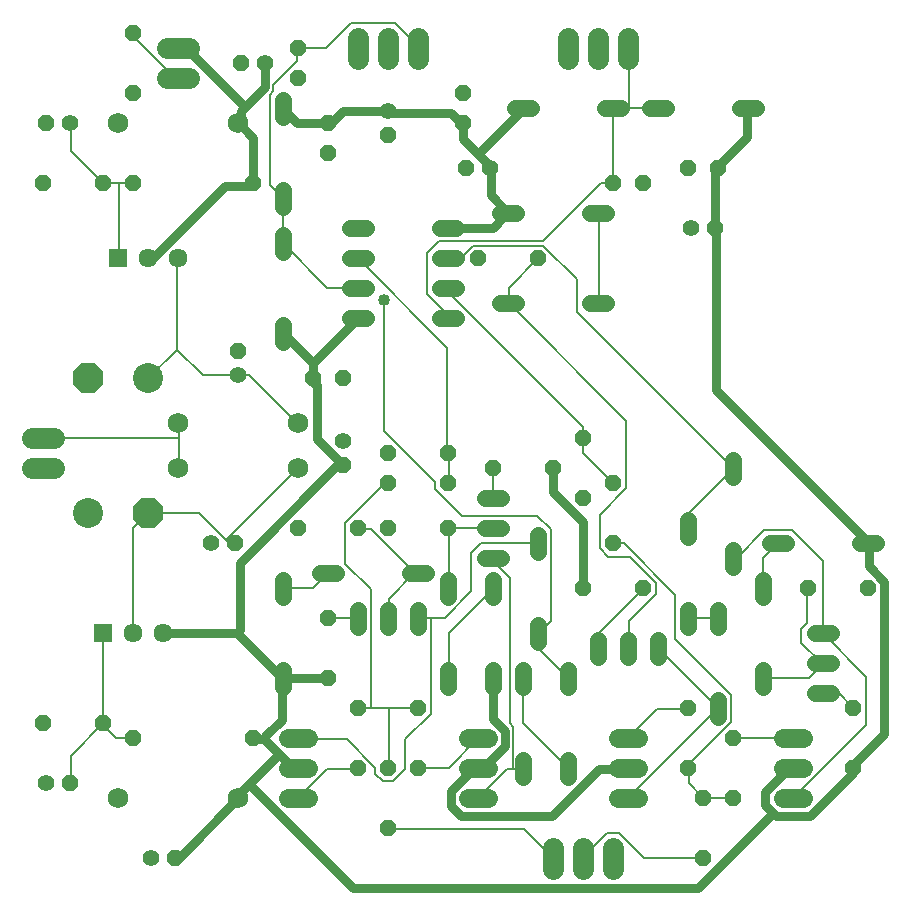
<source format=gtl>
G75*
%MOIN*%
%OFA0B0*%
%FSLAX25Y25*%
%IPPOS*%
%LPD*%
%AMOC8*
5,1,8,0,0,1.08239X$1,22.5*
%
%ADD10OC8,0.05600*%
%ADD11C,0.05600*%
%ADD12C,0.10000*%
%ADD13OC8,0.10000*%
%ADD14C,0.05600*%
%ADD15C,0.06800*%
%ADD16R,0.06337X0.06337*%
%ADD17C,0.06337*%
%ADD18C,0.06400*%
%ADD19C,0.07124*%
%ADD20C,0.03000*%
%ADD21C,0.00800*%
%ADD22C,0.04000*%
D10*
X0032527Y0041000D03*
X0023527Y0061000D03*
X0043527Y0061000D03*
X0053527Y0056000D03*
X0093527Y0056000D03*
X0118527Y0076000D03*
X0128527Y0066000D03*
X0148527Y0066000D03*
X0148527Y0046000D03*
X0138527Y0046000D03*
X0128527Y0046000D03*
X0138527Y0026000D03*
X0067527Y0016000D03*
X0118527Y0096000D03*
X0128527Y0126000D03*
X0138527Y0126000D03*
X0138527Y0141000D03*
X0138527Y0151000D03*
X0123527Y0147000D03*
X0108527Y0126000D03*
X0087527Y0121000D03*
X0113527Y0176000D03*
X0123527Y0176000D03*
X0088527Y0185000D03*
X0093527Y0241000D03*
X0118527Y0251000D03*
X0118527Y0261000D03*
X0108527Y0276000D03*
X0108527Y0286000D03*
X0089527Y0281000D03*
X0053527Y0271000D03*
X0053527Y0291000D03*
X0024527Y0261000D03*
X0023527Y0241000D03*
X0043527Y0241000D03*
X0053527Y0241000D03*
X0138527Y0257000D03*
X0163527Y0261000D03*
X0163527Y0271000D03*
X0164527Y0246000D03*
X0168527Y0216000D03*
X0188527Y0216000D03*
X0213527Y0241000D03*
X0223527Y0241000D03*
X0238527Y0246000D03*
X0248527Y0246000D03*
X0247527Y0226000D03*
X0203527Y0156000D03*
X0193527Y0146000D03*
X0203527Y0136000D03*
X0213527Y0141000D03*
X0213527Y0121000D03*
X0223527Y0106000D03*
X0203527Y0106000D03*
X0173527Y0146000D03*
X0158527Y0141000D03*
X0158527Y0151000D03*
X0158527Y0126000D03*
X0238527Y0066000D03*
X0253527Y0056000D03*
X0238527Y0046000D03*
X0243527Y0036000D03*
X0253527Y0036000D03*
X0243527Y0016000D03*
X0293527Y0046000D03*
X0293527Y0066000D03*
X0298527Y0106000D03*
X0278527Y0106000D03*
D11*
X0024527Y0041000D03*
X0059527Y0016000D03*
X0079527Y0121000D03*
X0123527Y0155000D03*
X0088527Y0177000D03*
X0172527Y0246000D03*
X0138527Y0265000D03*
X0097527Y0281000D03*
X0032527Y0261000D03*
X0239527Y0226000D03*
D12*
X0058527Y0176000D03*
X0038527Y0131000D03*
D13*
X0058527Y0131000D03*
X0038527Y0176000D03*
D14*
X0103527Y0188200D02*
X0103527Y0193800D01*
X0125727Y0196000D02*
X0131327Y0196000D01*
X0131327Y0206000D02*
X0125727Y0206000D01*
X0125727Y0216000D02*
X0131327Y0216000D01*
X0131327Y0226000D02*
X0125727Y0226000D01*
X0103527Y0223800D02*
X0103527Y0218200D01*
X0103527Y0233200D02*
X0103527Y0238800D01*
X0103527Y0263200D02*
X0103527Y0268800D01*
X0155727Y0226000D02*
X0161327Y0226000D01*
X0161327Y0216000D02*
X0155727Y0216000D01*
X0155727Y0206000D02*
X0161327Y0206000D01*
X0161327Y0196000D02*
X0155727Y0196000D01*
X0175727Y0201000D02*
X0181327Y0201000D01*
X0205727Y0201000D02*
X0211327Y0201000D01*
X0211327Y0231000D02*
X0205727Y0231000D01*
X0181327Y0231000D02*
X0175727Y0231000D01*
X0180727Y0266000D02*
X0186327Y0266000D01*
X0210727Y0266000D02*
X0216327Y0266000D01*
X0225727Y0266000D02*
X0231327Y0266000D01*
X0255727Y0266000D02*
X0261327Y0266000D01*
X0253527Y0148800D02*
X0253527Y0143200D01*
X0238527Y0128800D02*
X0238527Y0123200D01*
X0253527Y0118800D02*
X0253527Y0113200D01*
X0263527Y0108800D02*
X0263527Y0103200D01*
X0248527Y0098800D02*
X0248527Y0093200D01*
X0238527Y0093200D02*
X0238527Y0098800D01*
X0228527Y0088800D02*
X0228527Y0083200D01*
X0218527Y0083200D02*
X0218527Y0088800D01*
X0208527Y0088800D02*
X0208527Y0083200D01*
X0198527Y0078800D02*
X0198527Y0073200D01*
X0183527Y0073200D02*
X0183527Y0078800D01*
X0173527Y0078800D02*
X0173527Y0073200D01*
X0158527Y0073200D02*
X0158527Y0078800D01*
X0148527Y0093200D02*
X0148527Y0098800D01*
X0138527Y0098800D02*
X0138527Y0093200D01*
X0128527Y0093200D02*
X0128527Y0098800D01*
X0121327Y0111000D02*
X0115727Y0111000D01*
X0103527Y0108800D02*
X0103527Y0103200D01*
X0103527Y0078800D02*
X0103527Y0073200D01*
X0145727Y0111000D02*
X0151327Y0111000D01*
X0158527Y0108800D02*
X0158527Y0103200D01*
X0170727Y0116000D02*
X0176327Y0116000D01*
X0173527Y0108800D02*
X0173527Y0103200D01*
X0188527Y0093800D02*
X0188527Y0088200D01*
X0188527Y0118200D02*
X0188527Y0123800D01*
X0176327Y0126000D02*
X0170727Y0126000D01*
X0170727Y0136000D02*
X0176327Y0136000D01*
X0248527Y0068800D02*
X0248527Y0063200D01*
X0263527Y0073200D02*
X0263527Y0078800D01*
X0280727Y0081000D02*
X0286327Y0081000D01*
X0286327Y0071000D02*
X0280727Y0071000D01*
X0280727Y0091000D02*
X0286327Y0091000D01*
X0295727Y0121000D02*
X0301327Y0121000D01*
X0271327Y0121000D02*
X0265727Y0121000D01*
X0198527Y0048800D02*
X0198527Y0043200D01*
X0183527Y0043200D02*
X0183527Y0048800D01*
D15*
X0088527Y0036000D03*
X0048527Y0036000D03*
X0068527Y0146000D03*
X0068527Y0161000D03*
X0108527Y0161000D03*
X0108527Y0146000D03*
X0088527Y0261000D03*
X0048527Y0261000D03*
D16*
X0048527Y0216000D03*
X0043527Y0091000D03*
D17*
X0053527Y0091000D03*
X0063527Y0091000D03*
X0068527Y0216000D03*
X0058527Y0216000D03*
D18*
X0105327Y0056000D02*
X0111727Y0056000D01*
X0111727Y0046000D02*
X0105327Y0046000D01*
X0105327Y0036000D02*
X0111727Y0036000D01*
X0165327Y0036000D02*
X0171727Y0036000D01*
X0171727Y0046000D02*
X0165327Y0046000D01*
X0165327Y0056000D02*
X0171727Y0056000D01*
X0215327Y0056000D02*
X0221727Y0056000D01*
X0221727Y0046000D02*
X0215327Y0046000D01*
X0215327Y0036000D02*
X0221727Y0036000D01*
X0270327Y0036000D02*
X0276727Y0036000D01*
X0276727Y0046000D02*
X0270327Y0046000D01*
X0270327Y0056000D02*
X0276727Y0056000D01*
D19*
X0213527Y0019562D02*
X0213527Y0012438D01*
X0203527Y0012438D02*
X0203527Y0019562D01*
X0193527Y0019562D02*
X0193527Y0012438D01*
X0027089Y0146000D02*
X0019964Y0146000D01*
X0019964Y0156000D02*
X0027089Y0156000D01*
X0064964Y0276000D02*
X0072089Y0276000D01*
X0072089Y0286000D02*
X0064964Y0286000D01*
X0128527Y0282438D02*
X0128527Y0289562D01*
X0138527Y0289562D02*
X0138527Y0282438D01*
X0148527Y0282438D02*
X0148527Y0289562D01*
X0198527Y0289562D02*
X0198527Y0282438D01*
X0208527Y0282438D02*
X0208527Y0289562D01*
X0218527Y0289562D02*
X0218527Y0282438D01*
D20*
X0183527Y0266000D02*
X0183527Y0265800D01*
X0168527Y0250800D01*
X0163527Y0255800D01*
X0163527Y0261000D01*
X0162327Y0261800D01*
X0159527Y0264600D01*
X0139927Y0264600D01*
X0138527Y0265000D01*
X0123527Y0265000D01*
X0119927Y0261400D01*
X0118527Y0261000D01*
X0108327Y0261000D01*
X0103527Y0265800D01*
X0103527Y0266000D01*
X0097527Y0273000D02*
X0090927Y0266400D01*
X0071527Y0285800D01*
X0068727Y0285800D01*
X0068527Y0286000D01*
X0089527Y0265000D02*
X0089527Y0262200D01*
X0088527Y0261000D01*
X0088727Y0261000D01*
X0093527Y0256200D01*
X0093527Y0241000D01*
X0092327Y0240200D01*
X0084327Y0240200D01*
X0060327Y0216200D01*
X0058727Y0216200D01*
X0058527Y0216000D01*
X0103527Y0191000D02*
X0113527Y0181000D01*
X0128527Y0196000D01*
X0113527Y0181000D02*
X0113527Y0176000D01*
X0113927Y0174600D01*
X0114727Y0173800D01*
X0114727Y0155800D01*
X0123527Y0147000D01*
X0121527Y0147000D01*
X0089127Y0114600D01*
X0089127Y0092200D01*
X0088327Y0091000D01*
X0102327Y0077000D01*
X0103527Y0076000D01*
X0103127Y0074600D01*
X0103127Y0062200D01*
X0097927Y0057000D01*
X0097127Y0055800D01*
X0102127Y0050800D01*
X0092127Y0040800D01*
X0126727Y0006200D01*
X0241927Y0006200D01*
X0266927Y0031200D01*
X0267927Y0030200D01*
X0279127Y0030200D01*
X0293527Y0044600D01*
X0293527Y0046000D01*
X0293927Y0047400D01*
X0303927Y0057400D01*
X0303927Y0108200D01*
X0298727Y0113400D01*
X0298727Y0121000D01*
X0298527Y0121000D01*
X0297927Y0122200D01*
X0247927Y0172200D01*
X0247927Y0224600D01*
X0247527Y0226000D01*
X0247527Y0245000D01*
X0248527Y0246000D01*
X0249127Y0247400D01*
X0258327Y0256600D01*
X0258327Y0265800D01*
X0258527Y0266000D01*
X0178527Y0231000D02*
X0177527Y0232200D01*
X0172727Y0237000D01*
X0172727Y0245800D01*
X0172527Y0246000D01*
X0171927Y0247400D01*
X0168527Y0250800D01*
X0178327Y0231000D02*
X0178527Y0231000D01*
X0178327Y0231000D02*
X0173527Y0226200D01*
X0158727Y0226200D01*
X0158527Y0226000D01*
X0097527Y0273000D02*
X0097527Y0281000D01*
X0090927Y0266400D02*
X0089527Y0265000D01*
X0193527Y0146000D02*
X0193527Y0138200D01*
X0203527Y0128200D01*
X0203527Y0106000D01*
X0173527Y0076000D02*
X0173527Y0062600D01*
X0177527Y0058600D01*
X0177527Y0053400D01*
X0170327Y0046200D01*
X0168727Y0046200D01*
X0168527Y0046000D01*
X0167127Y0046200D01*
X0159527Y0038600D01*
X0159527Y0033400D01*
X0162727Y0030200D01*
X0193127Y0030200D01*
X0208727Y0045800D01*
X0218327Y0045800D01*
X0218527Y0046000D01*
X0264327Y0038200D02*
X0264327Y0033800D01*
X0266927Y0031200D01*
X0264327Y0038200D02*
X0271927Y0045800D01*
X0273527Y0045800D01*
X0273527Y0046000D01*
X0118527Y0076000D02*
X0118327Y0076200D01*
X0103527Y0076200D01*
X0103527Y0076000D01*
X0088327Y0091000D02*
X0063527Y0091000D01*
X0093527Y0056000D02*
X0093527Y0055800D01*
X0097127Y0055800D01*
X0102127Y0050800D02*
X0106727Y0046200D01*
X0108327Y0046200D01*
X0108527Y0046000D01*
X0092127Y0040800D02*
X0088727Y0037400D01*
X0088527Y0036000D01*
X0068727Y0016200D01*
X0067527Y0016200D01*
X0067527Y0016000D01*
D21*
X0032727Y0041000D02*
X0032727Y0050200D01*
X0043527Y0061000D01*
X0043527Y0091000D01*
X0053527Y0091000D02*
X0053527Y0126200D01*
X0058327Y0131000D01*
X0058527Y0131000D01*
X0075527Y0131000D01*
X0084527Y0122000D01*
X0108527Y0146000D01*
X0108527Y0161000D02*
X0108327Y0161000D01*
X0092327Y0177000D01*
X0088527Y0177000D01*
X0076727Y0177000D01*
X0068127Y0185600D01*
X0068327Y0185800D01*
X0068327Y0215800D01*
X0068527Y0216000D01*
X0048727Y0216200D02*
X0048527Y0216000D01*
X0048727Y0216200D02*
X0048727Y0241000D01*
X0053527Y0241000D01*
X0048727Y0241000D02*
X0043527Y0241000D01*
X0032727Y0251800D01*
X0032727Y0261000D01*
X0032527Y0261000D01*
X0053527Y0290200D02*
X0067527Y0276200D01*
X0068327Y0276200D01*
X0068527Y0276000D01*
X0053527Y0290200D02*
X0053527Y0291000D01*
X0099127Y0270600D02*
X0099127Y0240600D01*
X0103527Y0236200D01*
X0103527Y0236000D01*
X0103527Y0221000D01*
X0118327Y0206200D01*
X0128327Y0206200D01*
X0128527Y0206000D01*
X0137127Y0202200D02*
X0137127Y0158600D01*
X0154327Y0141400D01*
X0154327Y0139000D01*
X0163127Y0130200D01*
X0188327Y0130200D01*
X0192727Y0125800D01*
X0192727Y0095000D01*
X0188727Y0091000D01*
X0188527Y0091000D01*
X0188727Y0091000D02*
X0188727Y0085800D01*
X0198527Y0076000D01*
X0208527Y0086000D02*
X0208727Y0086200D01*
X0208727Y0091000D01*
X0223527Y0105800D01*
X0223527Y0106000D01*
X0227927Y0107800D02*
X0227927Y0104200D01*
X0218727Y0095000D01*
X0218727Y0086200D01*
X0218527Y0086000D01*
X0228527Y0086000D02*
X0248527Y0066000D01*
X0218527Y0036000D01*
X0215527Y0024600D02*
X0211527Y0024600D01*
X0203527Y0016600D01*
X0203527Y0016000D01*
X0193527Y0016000D02*
X0193527Y0016200D01*
X0183927Y0025800D01*
X0138727Y0025800D01*
X0138527Y0026000D01*
X0140327Y0041800D02*
X0136727Y0041800D01*
X0134327Y0044200D01*
X0134327Y0046200D01*
X0124727Y0055800D01*
X0108727Y0055800D01*
X0108527Y0056000D01*
X0118327Y0045800D02*
X0108527Y0036000D01*
X0118327Y0045800D02*
X0128327Y0045800D01*
X0128527Y0046000D01*
X0138527Y0046000D02*
X0138727Y0046200D01*
X0138727Y0066200D01*
X0132727Y0066200D01*
X0132727Y0105800D01*
X0124327Y0114200D01*
X0124327Y0127800D01*
X0137527Y0141000D01*
X0138527Y0141000D01*
X0132727Y0125800D02*
X0128727Y0125800D01*
X0128527Y0126000D01*
X0132727Y0125800D02*
X0147527Y0111000D01*
X0148527Y0111000D01*
X0147127Y0111000D01*
X0138727Y0102600D01*
X0138727Y0096200D01*
X0138527Y0096000D01*
X0148527Y0096000D02*
X0148727Y0096200D01*
X0152727Y0096200D01*
X0152727Y0064200D01*
X0144327Y0055800D01*
X0144327Y0045800D01*
X0140327Y0041800D01*
X0148527Y0046000D02*
X0148727Y0046200D01*
X0158727Y0046200D01*
X0168527Y0056000D01*
X0178327Y0045800D02*
X0168527Y0036000D01*
X0178327Y0045800D02*
X0180327Y0045800D01*
X0180327Y0059800D01*
X0179127Y0061000D01*
X0179127Y0109400D01*
X0173527Y0115000D01*
X0173527Y0116000D01*
X0169527Y0121000D02*
X0188527Y0121000D01*
X0173527Y0126000D02*
X0173527Y0126200D01*
X0158727Y0126200D01*
X0158527Y0126000D01*
X0158727Y0125800D01*
X0158727Y0106200D01*
X0158527Y0106000D01*
X0166327Y0105000D02*
X0166327Y0117800D01*
X0169527Y0121000D01*
X0173527Y0106000D02*
X0173527Y0105800D01*
X0158727Y0091000D01*
X0158727Y0076200D01*
X0158527Y0076000D01*
X0148527Y0066000D02*
X0148327Y0066200D01*
X0138727Y0066200D01*
X0132727Y0066200D02*
X0128727Y0066200D01*
X0128527Y0066000D01*
X0128527Y0096000D02*
X0128327Y0096200D01*
X0118727Y0096200D01*
X0118527Y0096000D01*
X0113527Y0106200D02*
X0103527Y0106200D01*
X0103527Y0106000D01*
X0113527Y0106200D02*
X0118327Y0111000D01*
X0118527Y0111000D01*
X0087527Y0121000D02*
X0085527Y0121000D01*
X0084527Y0122000D01*
X0068527Y0146000D02*
X0068727Y0146200D01*
X0068727Y0156200D01*
X0023527Y0156200D01*
X0023527Y0156000D01*
X0058527Y0176000D02*
X0068127Y0185600D01*
X0068527Y0161000D02*
X0068727Y0161000D01*
X0068727Y0156200D01*
X0128527Y0216000D02*
X0158327Y0186200D01*
X0158327Y0151000D01*
X0158527Y0151000D01*
X0158727Y0151000D01*
X0158727Y0141000D01*
X0158527Y0141000D01*
X0173527Y0146000D02*
X0173527Y0136000D01*
X0203527Y0151000D02*
X0213527Y0141000D01*
X0217927Y0139400D02*
X0217927Y0161800D01*
X0178727Y0201000D01*
X0178527Y0201000D01*
X0178727Y0201000D02*
X0178727Y0206200D01*
X0188527Y0216000D01*
X0190327Y0220200D02*
X0201527Y0209000D01*
X0201527Y0198200D01*
X0253527Y0146200D01*
X0253527Y0146000D01*
X0253527Y0145800D01*
X0238727Y0131000D01*
X0238727Y0126200D01*
X0238527Y0126000D01*
X0253527Y0116200D02*
X0253527Y0116000D01*
X0253527Y0116200D02*
X0254727Y0116200D01*
X0263927Y0125400D01*
X0273127Y0125400D01*
X0283527Y0115000D01*
X0283527Y0091000D01*
X0297927Y0076600D01*
X0297927Y0060600D01*
X0273527Y0036200D01*
X0273527Y0036000D01*
X0273527Y0056000D02*
X0273527Y0056200D01*
X0253527Y0056200D01*
X0253527Y0056000D01*
X0252727Y0061400D02*
X0238727Y0047400D01*
X0238727Y0046200D01*
X0238527Y0046000D01*
X0238727Y0045800D01*
X0238727Y0041000D01*
X0243527Y0036200D01*
X0243527Y0036000D01*
X0243527Y0036200D02*
X0253527Y0036200D01*
X0253527Y0036000D01*
X0243527Y0016200D02*
X0243527Y0016000D01*
X0243527Y0016200D02*
X0223927Y0016200D01*
X0215527Y0024600D01*
X0198527Y0046000D02*
X0183527Y0061000D01*
X0183527Y0076000D01*
X0157527Y0096200D02*
X0166327Y0105000D01*
X0157527Y0096200D02*
X0152727Y0096200D01*
X0180327Y0045800D02*
X0183527Y0045800D01*
X0183527Y0046000D01*
X0218527Y0056000D02*
X0228327Y0065800D01*
X0238327Y0065800D01*
X0238527Y0066000D01*
X0252727Y0061400D02*
X0252727Y0070600D01*
X0234327Y0089000D01*
X0234327Y0103800D01*
X0217127Y0121000D01*
X0213527Y0121000D01*
X0209127Y0119400D02*
X0211927Y0116600D01*
X0219127Y0116600D01*
X0227927Y0107800D01*
X0238727Y0096200D02*
X0238527Y0096000D01*
X0238727Y0096200D02*
X0248327Y0096200D01*
X0248527Y0096000D01*
X0263527Y0106000D02*
X0263527Y0116200D01*
X0268327Y0121000D01*
X0268527Y0121000D01*
X0278527Y0106000D02*
X0278327Y0105800D01*
X0278327Y0094600D01*
X0276327Y0092600D01*
X0276327Y0087800D01*
X0283127Y0081000D01*
X0283527Y0081000D01*
X0278727Y0076200D01*
X0263527Y0076200D01*
X0263527Y0076000D01*
X0283527Y0071000D02*
X0288727Y0071000D01*
X0293527Y0066200D01*
X0293527Y0066000D01*
X0217927Y0139400D02*
X0209127Y0130600D01*
X0209127Y0119400D01*
X0203527Y0151000D02*
X0203527Y0156000D01*
X0203527Y0159800D01*
X0158727Y0204600D01*
X0158727Y0205800D01*
X0158527Y0206000D01*
X0151527Y0204200D02*
X0151527Y0217800D01*
X0155527Y0221800D01*
X0190327Y0221800D01*
X0209527Y0241000D01*
X0213527Y0241000D01*
X0213527Y0266000D01*
X0218727Y0266200D01*
X0218727Y0285800D01*
X0218527Y0286000D01*
X0218727Y0266200D02*
X0213527Y0266200D01*
X0213527Y0266000D01*
X0218727Y0266200D02*
X0228327Y0266200D01*
X0228527Y0266000D01*
X0208727Y0231000D02*
X0208527Y0231000D01*
X0208727Y0231000D02*
X0208727Y0201000D01*
X0208527Y0201000D01*
X0190327Y0220200D02*
X0166727Y0220200D01*
X0162727Y0216200D01*
X0158727Y0216200D01*
X0158527Y0216000D01*
X0151527Y0204200D02*
X0158327Y0197400D01*
X0158327Y0196200D01*
X0158527Y0196000D01*
X0099127Y0270600D02*
X0100327Y0271800D01*
X0100327Y0273800D01*
X0108327Y0281800D01*
X0108327Y0285800D01*
X0108527Y0286000D01*
X0108727Y0286200D01*
X0117927Y0286200D01*
X0126327Y0294600D01*
X0140727Y0294600D01*
X0148327Y0287000D01*
X0148327Y0286200D01*
X0148527Y0286000D01*
X0043527Y0061000D02*
X0043527Y0060600D01*
X0047927Y0056200D01*
X0053527Y0056200D01*
X0053527Y0056000D01*
X0032727Y0041000D02*
X0032527Y0041000D01*
D22*
X0137127Y0202200D03*
M02*

</source>
